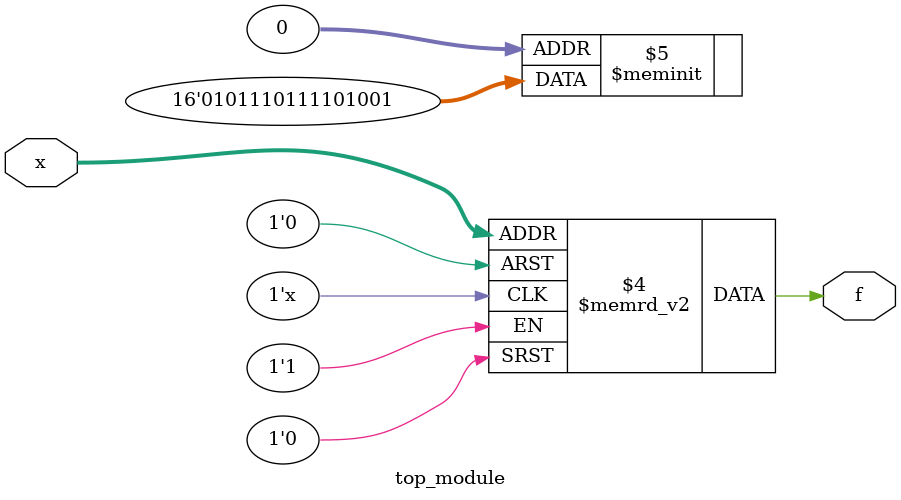
<source format=sv>
module top_module (
	input [4:1] x,
	output logic f
);

always_comb begin
    case (x)
        4'b0000: f = 1'b1;
        4'b0001: f = 1'b0;
        4'b0011: f = 1'b1;
        4'b0010: f = 1'b0;
        4'b0110: f = 1'b1;
        4'b0111: f = 1'b1;
        4'b0101: f = 1'b1;
        4'b0100: f = 1'b0;
        4'b1100: f = 1'b1;
        4'b1101: f = 1'b0;
        4'b1111: f = 1'b0;
        4'b1110: f = 1'b1;
        4'b1010: f = 1'b1;
        4'b1011: f = 1'b1;
        4'b1001: f = 1'b0;
        4'b1000: f = 1'b1;
    endcase
end

endmodule

</source>
